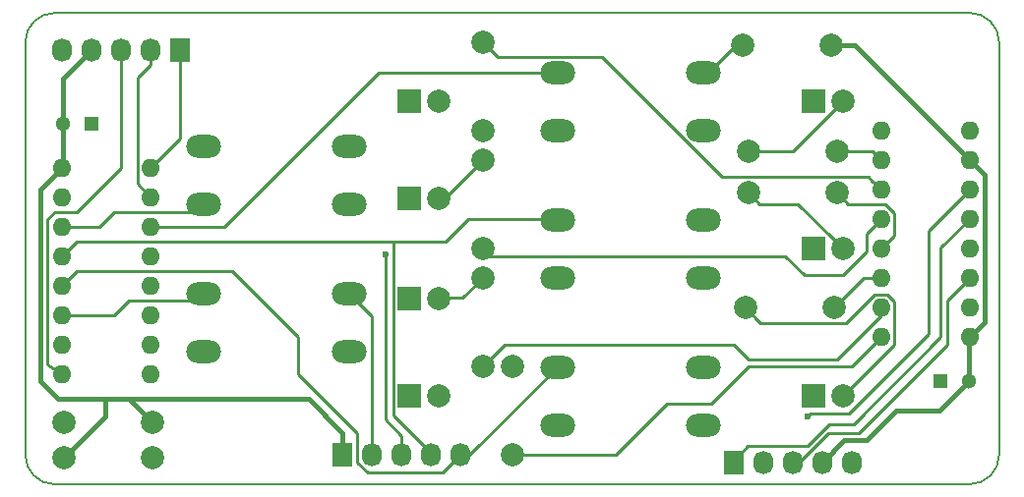
<source format=gbr>
G04 #@! TF.FileFunction,Copper,L1,Top,Signal*
%FSLAX46Y46*%
G04 Gerber Fmt 4.6, Leading zero omitted, Abs format (unit mm)*
G04 Created by KiCad (PCBNEW 4.0.2-4+6225~38~ubuntu14.04.1-stable) date mer. 25 mai 2016 20:43:00 CEST*
%MOMM*%
G01*
G04 APERTURE LIST*
%ADD10C,0.100000*%
%ADD11C,0.150000*%
%ADD12O,2.999740X1.998980*%
%ADD13O,1.600000X1.600000*%
%ADD14R,1.300000X1.300000*%
%ADD15C,1.300000*%
%ADD16C,1.998980*%
%ADD17R,1.727200X2.032000*%
%ADD18O,1.727200X2.032000*%
%ADD19R,2.000000X2.000000*%
%ADD20C,2.000000*%
%ADD21C,0.600000*%
%ADD22C,0.400000*%
%ADD23C,0.250000*%
G04 APERTURE END LIST*
D10*
D11*
X63500000Y-129540000D02*
G75*
G03X66040000Y-132080000I2540000J0D01*
G01*
X144780000Y-132080000D02*
G75*
G03X147320000Y-129540000I0J2540000D01*
G01*
X147320000Y-93980000D02*
G75*
G03X144780000Y-91440000I-2540000J0D01*
G01*
X66040000Y-91440000D02*
G75*
G03X63500000Y-93980000I0J-2540000D01*
G01*
X63500000Y-129540000D02*
X63500000Y-93980000D01*
X66040000Y-132080000D02*
X144780000Y-132080000D01*
X147320000Y-93980000D02*
X147320000Y-129540000D01*
X66040000Y-91440000D02*
X144780000Y-91440000D01*
D12*
X91340940Y-107909360D03*
X78839060Y-107909360D03*
X78839060Y-102910640D03*
X91340940Y-102910640D03*
D13*
X137160000Y-119380000D03*
X137160000Y-116840000D03*
X137160000Y-114300000D03*
X137160000Y-111760000D03*
X137160000Y-109220000D03*
X137160000Y-106680000D03*
X137160000Y-104140000D03*
X137160000Y-101600000D03*
X144780000Y-101600000D03*
X144780000Y-104140000D03*
X144780000Y-106680000D03*
X144780000Y-109220000D03*
X144780000Y-111760000D03*
X144780000Y-114300000D03*
X144780000Y-116840000D03*
X144780000Y-119380000D03*
X74295000Y-104775000D03*
X74295000Y-107315000D03*
X74295000Y-109855000D03*
X74295000Y-112395000D03*
X74295000Y-114935000D03*
X74295000Y-117475000D03*
X74295000Y-120015000D03*
X74295000Y-122555000D03*
X66675000Y-122555000D03*
X66675000Y-120015000D03*
X66675000Y-117475000D03*
X66675000Y-114935000D03*
X66675000Y-112395000D03*
X66675000Y-109855000D03*
X66675000Y-107315000D03*
X66675000Y-104775000D03*
D14*
X69215000Y-100965000D03*
D15*
X66715000Y-100965000D03*
D14*
X142240000Y-123190000D03*
D15*
X144740000Y-123190000D03*
D16*
X132842000Y-94234000D03*
X125222000Y-94234000D03*
X74422000Y-126746000D03*
X66802000Y-126746000D03*
X102870000Y-101600000D03*
X102870000Y-93980000D03*
X102870000Y-104140000D03*
X102870000Y-111760000D03*
X102870000Y-114300000D03*
X102870000Y-121920000D03*
X105410000Y-121920000D03*
X105410000Y-129540000D03*
X125730000Y-103378000D03*
X133350000Y-103378000D03*
X125730000Y-106934000D03*
X133350000Y-106934000D03*
X125476000Y-116840000D03*
X133096000Y-116840000D03*
D17*
X90805000Y-129540000D03*
D18*
X93345000Y-129540000D03*
X95885000Y-129540000D03*
X98425000Y-129540000D03*
X100965000Y-129540000D03*
D12*
X78839060Y-115610640D03*
X91340940Y-115610640D03*
X91340940Y-120609360D03*
X78839060Y-120609360D03*
X109319060Y-96560640D03*
X121820940Y-96560640D03*
X121820940Y-101559360D03*
X109319060Y-101559360D03*
X109319060Y-109260640D03*
X121820940Y-109260640D03*
X121820940Y-114259360D03*
X109319060Y-114259360D03*
X109319060Y-121960640D03*
X121820940Y-121960640D03*
X121820940Y-126959360D03*
X109319060Y-126959360D03*
D17*
X76835000Y-94615000D03*
D18*
X74295000Y-94615000D03*
X71755000Y-94615000D03*
X69215000Y-94615000D03*
X66675000Y-94615000D03*
D17*
X124460000Y-130175000D03*
D18*
X127000000Y-130175000D03*
X129540000Y-130175000D03*
X132080000Y-130175000D03*
X134620000Y-130175000D03*
D16*
X66802000Y-129794000D03*
X74422000Y-129794000D03*
D19*
X96520000Y-99060000D03*
D20*
X99060000Y-99060000D03*
D19*
X96520000Y-107442000D03*
D20*
X99060000Y-107442000D03*
D19*
X96520000Y-116078000D03*
D20*
X99060000Y-116078000D03*
D19*
X96520000Y-124460000D03*
D20*
X99060000Y-124460000D03*
D19*
X131318000Y-99060000D03*
D20*
X133858000Y-99060000D03*
D19*
X131318000Y-111760000D03*
D20*
X133858000Y-111760000D03*
D19*
X131318000Y-124460000D03*
D20*
X133858000Y-124460000D03*
D21*
X94488000Y-112268000D03*
X130810000Y-126238000D03*
D22*
X132842000Y-94234000D02*
X134874000Y-94234000D01*
X134874000Y-94234000D02*
X144780000Y-104140000D01*
X66802000Y-129794000D02*
X70358000Y-126238000D01*
X70358000Y-126238000D02*
X70358000Y-124714000D01*
X64770000Y-123190000D02*
X66294000Y-124714000D01*
X72390000Y-124714000D02*
X74422000Y-126746000D01*
X66294000Y-124714000D02*
X70358000Y-124714000D01*
X70358000Y-124714000D02*
X72390000Y-124714000D01*
X132080000Y-130175000D02*
X133985000Y-128270000D01*
X142200000Y-125730000D02*
X144740000Y-123190000D01*
X138430000Y-125730000D02*
X142200000Y-125730000D01*
X135890000Y-128270000D02*
X138430000Y-125730000D01*
X133985000Y-128270000D02*
X135890000Y-128270000D01*
X66715000Y-100965000D02*
X66715000Y-97115000D01*
X66715000Y-97115000D02*
X69215000Y-94615000D01*
X66675000Y-104775000D02*
X64770000Y-106680000D01*
X64770000Y-106680000D02*
X64770000Y-123190000D01*
X66675000Y-104775000D02*
X66715000Y-104735000D01*
X66715000Y-104735000D02*
X66715000Y-100925000D01*
X144740000Y-123190000D02*
X144740000Y-119420000D01*
X144740000Y-119420000D02*
X144780000Y-119380000D01*
X144780000Y-119380000D02*
X146050000Y-118110000D01*
X146050000Y-105410000D02*
X144780000Y-104140000D01*
X146050000Y-118110000D02*
X146050000Y-105410000D01*
X90805000Y-127635000D02*
X87884000Y-124714000D01*
X90805000Y-129540000D02*
X90805000Y-127635000D01*
X87884000Y-124714000D02*
X72390000Y-124714000D01*
D23*
X99060000Y-107505500D02*
X99504500Y-107505500D01*
X99504500Y-107505500D02*
X102870000Y-104140000D01*
X99060000Y-116014500D02*
X101155500Y-116014500D01*
X101155500Y-116014500D02*
X102870000Y-114300000D01*
X125730000Y-103378000D02*
X129540000Y-103378000D01*
X129540000Y-103378000D02*
X133858000Y-99060000D01*
X125730000Y-106934000D02*
X126729489Y-107933489D01*
X126729489Y-107933489D02*
X130031489Y-107933489D01*
X130031489Y-107933489D02*
X132858001Y-110760001D01*
X132858001Y-110760001D02*
X133858000Y-111760000D01*
X133858000Y-124460000D02*
X138285001Y-120032999D01*
X138285001Y-120032999D02*
X138285001Y-116299999D01*
X138285001Y-116299999D02*
X137700001Y-115714999D01*
X137700001Y-115714999D02*
X136619999Y-115714999D01*
X136619999Y-115714999D02*
X134170507Y-118164491D01*
X134170507Y-118164491D02*
X126800491Y-118164491D01*
X126800491Y-118164491D02*
X126475489Y-117839489D01*
X126475489Y-117839489D02*
X125476000Y-116840000D01*
X67945000Y-108585000D02*
X71755000Y-104775000D01*
X65405000Y-121708333D02*
X65405000Y-109220000D01*
X65405000Y-109220000D02*
X66040000Y-108585000D01*
X66040000Y-108585000D02*
X67945000Y-108585000D01*
X71755000Y-104775000D02*
X71755000Y-94615000D01*
X66675000Y-122555000D02*
X65405000Y-121708333D01*
X74295000Y-104775000D02*
X76835000Y-102235000D01*
X76835000Y-102235000D02*
X76835000Y-94615000D01*
X76200000Y-95250000D02*
X76835000Y-94615000D01*
X74295000Y-107315000D02*
X73169999Y-106189999D01*
X73169999Y-106189999D02*
X73169999Y-97006001D01*
X73169999Y-97006001D02*
X74295000Y-95881000D01*
X74295000Y-95881000D02*
X74295000Y-94615000D01*
X92964000Y-131064000D02*
X99441000Y-131064000D01*
X86995000Y-122555000D02*
X92075000Y-127635000D01*
X86995000Y-119380000D02*
X81280000Y-113665000D01*
X81280000Y-113665000D02*
X67945000Y-113665000D01*
X66675000Y-114935000D02*
X67945000Y-113665000D01*
X86995000Y-119380000D02*
X86995000Y-122555000D01*
X92075000Y-130175000D02*
X92964000Y-131064000D01*
X92075000Y-127635000D02*
X92075000Y-130175000D01*
X99441000Y-131064000D02*
X100965000Y-129540000D01*
X100965000Y-129540000D02*
X101739700Y-129540000D01*
X101739700Y-129540000D02*
X109319060Y-121960640D01*
X109319060Y-121960640D02*
X109179360Y-121960640D01*
X102870000Y-93980000D02*
X104126140Y-95236140D01*
X104126140Y-95236140D02*
X113124215Y-95236140D01*
X113124215Y-95236140D02*
X123497584Y-105609509D01*
X123497584Y-105609509D02*
X136089509Y-105609509D01*
X136089509Y-105609509D02*
X136360001Y-105880001D01*
X136360001Y-105880001D02*
X137160000Y-106680000D01*
X137160000Y-109220000D02*
X135890000Y-110490000D01*
X103505000Y-112395000D02*
X128905000Y-112395000D01*
X135890000Y-112014000D02*
X135890000Y-110490000D01*
X133858000Y-114046000D02*
X135890000Y-112014000D01*
X130556000Y-114046000D02*
X133858000Y-114046000D01*
X128905000Y-112395000D02*
X130556000Y-114046000D01*
X102870000Y-111760000D02*
X103505000Y-112395000D01*
X124460000Y-120015000D02*
X125730000Y-121285000D01*
X125730000Y-121285000D02*
X133350000Y-121285000D01*
X133350000Y-121285000D02*
X137160000Y-117475000D01*
X102870000Y-121920000D02*
X104775000Y-120015000D01*
X104775000Y-120015000D02*
X124460000Y-120015000D01*
X137160000Y-117475000D02*
X137160000Y-116840000D01*
X105410000Y-129540000D02*
X114300000Y-129540000D01*
X134620000Y-121920000D02*
X137160000Y-119380000D01*
X125730000Y-121920000D02*
X134620000Y-121920000D01*
X122555000Y-125095000D02*
X125730000Y-121920000D01*
X118745000Y-125095000D02*
X122555000Y-125095000D01*
X114300000Y-129540000D02*
X118745000Y-125095000D01*
X133350000Y-103378000D02*
X136398000Y-103378000D01*
X136398000Y-103378000D02*
X137160000Y-104140000D01*
X133350000Y-106934000D02*
X134349489Y-107933489D01*
X138285001Y-108679999D02*
X138285001Y-110634999D01*
X134349489Y-107933489D02*
X137538491Y-107933489D01*
X137538491Y-107933489D02*
X138285001Y-108679999D01*
X138285001Y-110634999D02*
X137959999Y-110960001D01*
X137959999Y-110960001D02*
X137160000Y-111760000D01*
X137160000Y-112395000D02*
X137160000Y-111760000D01*
X133096000Y-116840000D02*
X135636000Y-114300000D01*
X135636000Y-114300000D02*
X137160000Y-114300000D01*
X95885000Y-129540000D02*
X95885000Y-127889000D01*
X94488000Y-126492000D02*
X94488000Y-112268000D01*
X95885000Y-127889000D02*
X94488000Y-126492000D01*
X66675000Y-109855000D02*
X69850000Y-109855000D01*
X71120000Y-108585000D02*
X78163420Y-108585000D01*
X69850000Y-109855000D02*
X71120000Y-108585000D01*
X78163420Y-108585000D02*
X78839060Y-107909360D01*
X93345000Y-129540000D02*
X93345000Y-117614700D01*
X93345000Y-117614700D02*
X91340940Y-115610640D01*
X66675000Y-117475000D02*
X71120000Y-117475000D01*
X72390000Y-116205000D02*
X78244700Y-116205000D01*
X71120000Y-117475000D02*
X72390000Y-116205000D01*
X78244700Y-116205000D02*
X78839060Y-115610640D01*
X93345000Y-129540000D02*
X93345000Y-128846580D01*
X121820940Y-96560640D02*
X122321320Y-96560640D01*
X122321320Y-96560640D02*
X124647960Y-94234000D01*
X124647960Y-94234000D02*
X125222000Y-94234000D01*
X74295000Y-109855000D02*
X80645000Y-109855000D01*
X93939360Y-96560640D02*
X109319060Y-96560640D01*
X80645000Y-109855000D02*
X93939360Y-96560640D01*
X109278420Y-96520000D02*
X109319060Y-96560640D01*
X67945000Y-111125000D02*
X95250000Y-111125000D01*
X95250000Y-111125000D02*
X99695000Y-111125000D01*
X95194999Y-111180001D02*
X95250000Y-111125000D01*
X98425000Y-129540000D02*
X98425000Y-129387600D01*
X98425000Y-129387600D02*
X95194999Y-126157599D01*
X95194999Y-126157599D02*
X95194999Y-111180001D01*
X66675000Y-112395000D02*
X67945000Y-111125000D01*
X101600000Y-109220000D02*
X109278420Y-109220000D01*
X99695000Y-111125000D02*
X101600000Y-109220000D01*
X109278420Y-109220000D02*
X109319060Y-109260640D01*
X142875000Y-120015000D02*
X142875000Y-116205000D01*
X130049410Y-130175000D02*
X132589410Y-127635000D01*
X129540000Y-130175000D02*
X130049410Y-130175000D01*
X142875000Y-116205000D02*
X144780000Y-114300000D01*
X132589410Y-127635000D02*
X135255000Y-127635000D01*
X135255000Y-127635000D02*
X142875000Y-120015000D01*
X129540000Y-130175000D02*
X130175000Y-129540000D01*
X130810000Y-126238000D02*
X131064000Y-125984000D01*
X131064000Y-125984000D02*
X134366000Y-125984000D01*
X134366000Y-125984000D02*
X141224000Y-119126000D01*
X141224000Y-119126000D02*
X141224000Y-110236000D01*
X141224000Y-110236000D02*
X144780000Y-106680000D01*
X134802824Y-126904631D02*
X142291012Y-119416443D01*
X124460000Y-130175000D02*
X124460000Y-130022600D01*
X124460000Y-130022600D02*
X125704600Y-128778000D01*
X125704600Y-128778000D02*
X130810000Y-128778000D01*
X130810000Y-128778000D02*
X132683369Y-126904631D01*
X132683369Y-126904631D02*
X134802824Y-126904631D01*
X142291012Y-119416443D02*
X142291012Y-111708988D01*
X142291012Y-111708988D02*
X144780000Y-109220000D01*
M02*

</source>
